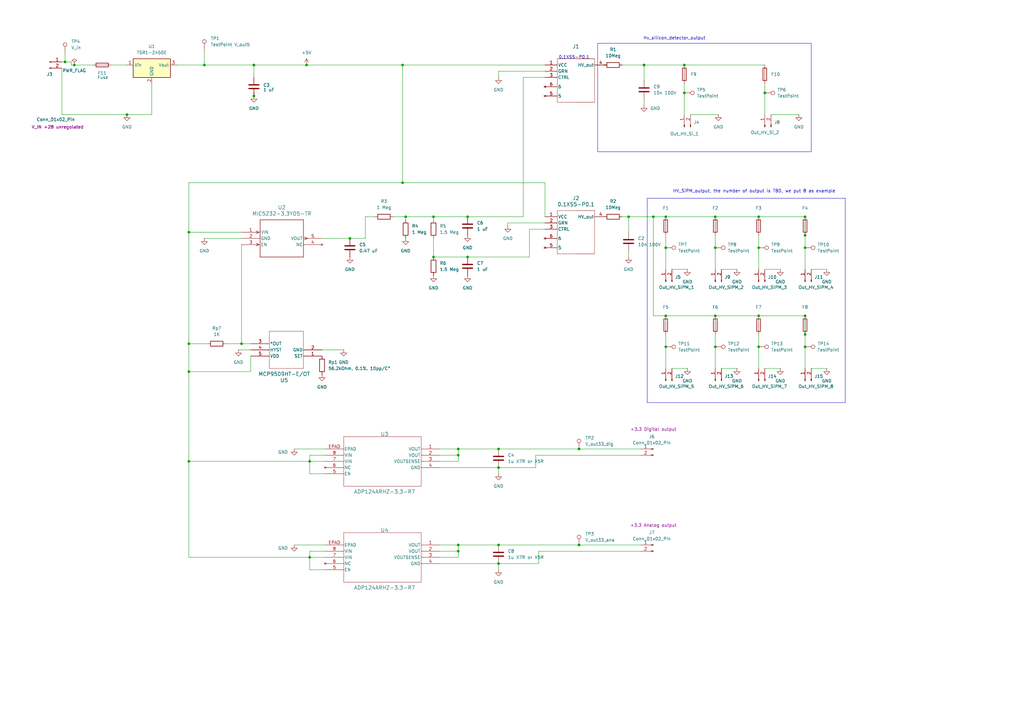
<source format=kicad_sch>
(kicad_sch (version 20231120) (generator "eeschema") (generator_version "8.0")
  (paper "A3")
  (title_block (title "PSS") (rev "0.1") (company "UNITN"))
  (lib_symbols
    (symbol "0.1XS5-P0.1_1" (pin_names (offset 0.254))
      (property "Reference" "J1" (at 12.7 7.62 0))
      (property "Value" "0.1XS5-P0.1" (at 12.7 5.08 0))
      (symbol "0.1XS5-P0.1_1_0_1"
        (polyline (pts (xy 5.08 -15.24) (xy 12.7 -15.24)) (stroke (width 0.127)))
        (polyline (pts (xy 5.08 2.54) (xy 5.08 -15.24)) (stroke (width 0.127)))
        (polyline (pts (xy 12.7 2.54) (xy 5.08 2.54)) (stroke (width 0.127)))
        (polyline (pts (xy 20.32 -15.24) (xy 20.32 2.54)) (stroke (width 0.127)))
      )
      (symbol "0.1XS5-P0.1_1_1_1"
        (polyline (pts (xy 12.7 -15.24) (xy 20.32 -15.24)))
        (polyline (pts (xy 20.32 2.54) (xy 12.7 2.54)))
        (pin power_in line (at 0 0 0) (length 5.08) (name "VCC") (number "1"))
        (pin input line (at 0 -2.54 0) (length 5.08) (name "GRN") (number "2"))
        (pin unspecified line (at 0 -5.08 0) (length 5.08) (name "CTRL") (number "3"))
        (pin power_out line (at 25.4 0 180) (length 5.08) (name "HV_out") (number "4"))
        (pin no_connect line (at 0 -12.7 0) (length 5.08) (name "5") (number "5"))
        (pin no_connect line (at 0 -8.89 0) (length 5.08) (name "6") (number "6"))
      )
    )
    (symbol "ADP124ARHZ_3_3_R7:ADP124ARHZ-3.3-R7" (pin_names (offset 0.254))
      (property "Reference" "U3" (at 22.606 6.096 0))
      (property "Value" "ADP124ARHZ-3.3-R7" (at 22.606 -17.526 0))
      (symbol "ADP124ARHZ-3.3-R7_0_1"
        (polyline (pts (xy 7.62 -15.24) (xy 39.37 -15.24)) (stroke (width 0.127)))
        (polyline (pts (xy 7.62 5.08) (xy 7.62 -15.24)) (stroke (width 0.127)))
        (polyline (pts (xy 39.37 -15.24) (xy 39.37 5.08)) (stroke (width 0.127)))
        (polyline (pts (xy 39.37 5.08) (xy 7.62 5.08)) (stroke (width 0.127)))
        (pin output line (at 0 0 0) (length 7.62) (name "VOUT") (number "1"))
        (pin output line (at 0 -2.54 0) (length 7.62) (name "VOUT") (number "2"))
        (pin output line (at 0 -5.08 0) (length 7.62) (name "VOUTSENSE") (number "3"))
        (pin power_in line (at 0 -7.62 0) (length 7.62) (name "GND") (number "4"))
        (pin input line (at 46.99 -10.16 180) (length 7.62) (name "EN") (number "5"))
        (pin no_connect line (at 46.99 -7.62 180) (length 7.62) (name "NC") (number "6"))
        (pin input line (at 46.99 -5.08 180) (length 7.62) (name "VIN") (number "7"))
        (pin input line (at 46.99 -2.54 180) (length 7.62) (name "VIN") (number "8"))
        (pin unspecified line (at 46.99 0 180) (length 7.62) (name "EPAD") (number "EPAD"))
      )
    )
    (symbol "Connector:Conn_01x02_Pin" (pin_names (offset 1.016) hide)
      (property "Reference" "J" (at 0 2.54 0))
      (property "Value" "Conn_01x02_Pin" (at 0 -5.08 0))
      (symbol "Conn_01x02_Pin_1_1"
        (polyline (pts (xy 1.27 -2.54) (xy 0.8636 -2.54)) (stroke (width 0.1524)))
        (polyline (pts (xy 1.27 0) (xy 0.8636 0)) (stroke (width 0.1524)))
        (rectangle (start 0.8636 -2.413) (end 0 -2.667) (stroke (width 0.1524)) (fill (type outline)))
        (rectangle (start 0.8636 0.127) (end 0 -0.127) (stroke (width 0.1524)) (fill (type outline)))
        (pin passive line (at 5.08 0 180) (length 3.81) (name "Pin_1") (number "1"))
        (pin passive line (at 5.08 -2.54 180) (length 3.81) (name "Pin_2") (number "2"))
      )
    )
    (symbol "Connector:TestPoint" (pin_numbers hide) (pin_names (offset 0.762) hide)
      (property "Reference" "TP" (at 0 6.858 0))
      (property "Value" "TestPoint" (at 0 5.08 0))
      (symbol "TestPoint_0_1"
        (circle (center 0 3.302) (radius 0.762))
      )
      (symbol "TestPoint_1_1"
        (pin passive line (at 0 0 90) (length 2.54) (name "1") (number "1"))
      )
    )
    (symbol "Device:C" (pin_numbers hide) (pin_names (offset 0.254))
      (property "Reference" "C" (at 0.635 2.54 0))
      (property "Value" "C" (at 0.635 -2.54 0))
      (symbol "C_0_1"
        (polyline (pts (xy -2.032 -0.762) (xy 2.032 -0.762)) (stroke (width 0.508)))
        (polyline (pts (xy -2.032 0.762) (xy 2.032 0.762)) (stroke (width 0.508)))
      )
      (symbol "C_1_1"
        (pin passive line (at 0 3.81 270) (length 2.794) (name "~") (number "1"))
        (pin passive line (at 0 -3.81 90) (length 2.794) (name "~") (number "2"))
      )
    )
    (symbol "Device:Fuse" (pin_numbers hide) (pin_names (offset 0))
      (property "Reference" "F1" (at -1.016 8.636 0))
      (symbol "Fuse_0_1"
        (rectangle (start -0.762 -2.54) (end 0.762 2.54) (stroke (width 0.254)))
        (polyline (pts (xy 0 2.54) (xy 0 -2.54)))
      )
      (symbol "Fuse_1_1"
        (pin passive line (at 0 3.81 270) (length 1.27) (name "~") (number "1"))
        (pin passive line (at 0 -3.81 90) (length 1.27) (name "~") (number "2"))
      )
    )
    (symbol "Device:R" (pin_numbers hide) (pin_names (offset 0))
      (property "Reference" "R" (at 2.032 0 90))
      (property "Value" "R" (at 0 0 90))
      (symbol "R_0_1"
        (rectangle (start -1.016 -2.54) (end 1.016 2.54) (stroke (width 0.254)))
      )
      (symbol "R_1_1"
        (pin passive line (at 0 3.81 270) (length 1.27) (name "~") (number "1"))
        (pin passive line (at 0 -3.81 90) (length 1.27) (name "~") (number "2"))
      )
    )
    (symbol "Fuse_1" (pin_numbers hide) (pin_names (offset 0))
      (property "Reference" "F" (at 2.032 0 90))
      (property "Value" "Fuse" (at -1.905 0 90))
      (symbol "Fuse_1_0_1"
        (rectangle (start -0.762 -2.54) (end 0.762 2.54) (stroke (width 0.254)))
        (polyline (pts (xy 0 2.54) (xy 0 -2.54)))
      )
      (symbol "Fuse_1_1_1"
        (pin passive line (at 0 3.81 270) (length 1.27) (name "~") (number "1"))
        (pin passive line (at 0 -3.81 90) (length 1.27) (name "~") (number "2"))
      )
    )
    (symbol "MCP9509HT_E_OT:MCP9509HT-E_OT" (pin_names (offset 0.254))
      (property "Reference" "U5" (at 15.494 9.906 0))
      (property "Value" "MCP9509HT-E/OT" (at 15.494 7.366 0))
      (symbol "MCP9509HT-E_OT_0_1"
        (polyline (pts (xy 7.62 -10.16) (xy 21.59 -10.16)) (stroke (width 0.127)))
        (polyline (pts (xy 7.62 5.08) (xy 7.62 -10.16)) (stroke (width 0.127)))
        (polyline (pts (xy 21.59 -10.16) (xy 21.59 5.08)) (stroke (width 0.127)))
        (polyline (pts (xy 21.59 5.08) (xy 7.62 5.08)) (stroke (width 0.127)))
        (pin input line (at 0 0 0) (length 7.62) (name "SET") (number "1"))
        (pin power_in line (at 0 -2.54 0) (length 7.62) (name "GND") (number "2"))
        (pin output line (at 29.21 -5.08 180) (length 7.62) (name "*OUT") (number "3"))
        (pin input line (at 29.21 -2.54 180) (length 7.62) (name "HYST") (number "4"))
        (pin power_in line (at 29.21 0 180) (length 7.62) (name "VDD") (number "5"))
      )
    )
    (symbol "MIC5232_3_3YD5_TR:MIC5232-3.3YD5-TR" (pin_names (offset 0.254))
      (property "Reference" "U2" (at 16.51 9.906 0))
      (property "Value" "MIC5232-3.3YD5-TR" (at 16.51 7.366 0))
      (symbol "MIC5232-3.3YD5-TR_0_1"
        (polyline (pts (xy 7.0993 -5.08) (xy 6.0579 -5.6007)) (stroke (width 0.2032)))
        (polyline (pts (xy 7.0993 -5.08) (xy 6.0579 -4.5593)) (stroke (width 0.2032)))
        (polyline (pts (xy 7.0993 0) (xy 6.0579 -0.5207)) (stroke (width 0.2032)))
        (polyline (pts (xy 7.0993 0) (xy 6.0579 0.5207)) (stroke (width 0.2032)))
        (polyline (pts (xy 7.62 -10.16) (xy 25.4 -10.16)) (stroke (width 0.2032)))
        (polyline (pts (xy 7.62 5.08) (xy 7.62 -10.16)) (stroke (width 0.2032)))
        (polyline (pts (xy 25.4 -10.16) (xy 25.4 5.08)) (stroke (width 0.2032)))
        (polyline (pts (xy 25.4 5.08) (xy 7.62 5.08)) (stroke (width 0.2032)))
        (polyline (pts (xy 25.9207 -3.0607) (xy 26.9621 -2.54)) (stroke (width 0.2032)))
        (polyline (pts (xy 25.9207 -2.0193) (xy 26.9621 -2.54)) (stroke (width 0.2032)))
        (pin input line (at 0 0 0) (length 7.62) (name "VIN") (number "1"))
        (pin power_in line (at 0 -2.54 0) (length 7.62) (name "GND") (number "2"))
        (pin input line (at 0 -5.08 0) (length 7.62) (name "EN") (number "3"))
        (pin no_connect line (at 33.02 -5.08 180) (length 7.62) (name "NC") (number "4"))
        (pin output line (at 33.02 -2.54 180) (length 7.62) (name "VOUT") (number "5"))
      )
    )
    (symbol "Regulator_Switching:TSR1-2450E"
      (property "Reference" "U" (at -7.62 6.35 0))
      (property "Value" "TSR1-2450E" (at -3.81 6.35 0))
      (symbol "TSR1-2450E_0_1"
        (rectangle (start -7.62 5.08) (end 7.62 -2.54) (stroke (width 0.254)) (fill (type background)))
      )
      (symbol "TSR1-2450E_1_1"
        (pin power_in line (at -10.16 2.54 0) (length 2.54) (name "Vin") (number "1"))
        (pin power_in line (at 0 -5.08 90) (length 2.54) (name "GND") (number "2"))
        (pin power_out line (at 10.16 2.54 180) (length 2.54) (name "Vout") (number "3"))
      )
    )
    (symbol "componenti_ausiliari:0.1XS5-P0.1" (pin_names (offset 0.254))
      (property "Reference" "J2" (at 12.7 7.62 0))
      (property "Value" "0.1XS5-P0.1" (at 12.7 5.08 0))
      (symbol "0.1XS5-P0.1_0_1"
        (polyline (pts (xy 5.08 -15.24) (xy 12.7 -15.24)) (stroke (width 0.127)))
        (polyline (pts (xy 5.08 2.54) (xy 5.08 -15.24)) (stroke (width 0.127)))
        (polyline (pts (xy 12.7 2.54) (xy 5.08 2.54)) (stroke (width 0.127)))
        (polyline (pts (xy 20.32 -15.24) (xy 20.32 2.54)) (stroke (width 0.127)))
      )
      (symbol "0.1XS5-P0.1_1_1"
        (polyline (pts (xy 12.7 -15.24) (xy 20.32 -15.24)))
        (polyline (pts (xy 20.32 2.54) (xy 12.7 2.54)))
        (pin power_in line (at 0 0 0) (length 5.08) (name "VCC") (number "1"))
        (pin input line (at 0 -2.54 0) (length 5.08) (name "GRN") (number "2"))
        (pin unspecified line (at 0 -5.08 0) (length 5.08) (name "CTRL") (number "3"))
        (pin power_out line (at 25.4 0 180) (length 5.08) (name "HV_out") (number "4"))
        (pin no_connect line (at 0 -12.7 0) (length 5.08) (name "5") (number "5"))
        (pin no_connect line (at 0 -8.89 0) (length 5.08) (name "6") (number "6"))
      )
    )
    (symbol "power:+5V" (power) (pin_numbers hide) (pin_names (offset 0) hide)
      (property "Value" "+5V" (at 0 3.556 0))
      (symbol "+5V_0_1"
        (polyline (pts (xy -0.762 1.27) (xy 0 2.54)))
        (polyline (pts (xy 0 0) (xy 0 2.54)))
        (polyline (pts (xy 0 2.54) (xy 0.762 1.27)))
      )
      (symbol "+5V_1_1"
        (pin power_in line (at 0 0 90) (length 0) (name "~") (number "1"))
      )
    )
    (symbol "power:GND" (power) (pin_numbers hide) (pin_names (offset 0) hide)
      (property "Value" "GND" (at 0 -3.81 0))
      (symbol "GND_0_1"
        (polyline (pts (xy 0 0) (xy 0 -1.27) (xy 1.27 -1.27) (xy 0 -2.54) (xy -1.27 -1.27) (xy 0 -1.27)))
      )
      (symbol "GND_1_1"
        (pin power_in line (at 0 0 270) (length 0) (name "~") (number "1"))
      )
    )
    (symbol "power:PWR_FLAG" (power) (pin_numbers hide) (pin_names (offset 0) hide)
      (property "Value" "PWR_FLAG" (at 0 3.81 0))
      (symbol "PWR_FLAG_0_0"
        (pin power_out line (at 0 0 90) (length 0) (name "~") (number "1"))
      )
      (symbol "PWR_FLAG_0_1"
        (polyline (pts (xy 0 0) (xy 0 1.27) (xy -1.016 1.905) (xy 0 2.54) (xy 1.016 1.905) (xy 0 1.27)))
      )
    )
  )
  (junction (at 77.47 152.4))
  (junction (at 83.82 26.67))
  (junction (at 330.2 96.52))
  (junction (at 293.37 101.6))
  (junction (at 204.47 184.15))
  (junction (at 273.05 129.54))
  (junction (at 293.37 88.9))
  (junction (at 293.37 142.24))
  (junction (at 237.49 223.52))
  (junction (at 330.2 129.54))
  (junction (at 264.16 26.67))
  (junction (at 311.15 129.54))
  (junction (at 273.05 88.9))
  (junction (at 30.48 26.67))
  (junction (at 26.67 25.4))
  (junction (at 273.05 142.24))
  (junction (at 77.47 140.97))
  (junction (at 177.8 88.9))
  (junction (at 104.14 39.37))
  (junction (at 125.73 26.67))
  (junction (at 127 189.23))
  (junction (at 330.2 88.9))
  (junction (at 191.77 105.41))
  (junction (at 77.47 95.25))
  (junction (at 293.37 129.54))
  (junction (at 311.15 142.24))
  (junction (at 330.2 101.6))
  (junction (at 313.69 38.1))
  (junction (at 165.1 26.67))
  (junction (at 280.67 26.67))
  (junction (at 177.8 105.41))
  (junction (at 166.37 88.9))
  (junction (at 52.07 46.99))
  (junction (at 165.1 74.93))
  (junction (at 257.81 88.9))
  (junction (at 143.51 97.79))
  (junction (at 204.47 223.52))
  (junction (at 273.05 101.6))
  (junction (at 204.47 231.14))
  (junction (at 330.2 142.24))
  (junction (at 330.2 137.16))
  (junction (at 311.15 101.6))
  (junction (at 311.15 88.9))
  (junction (at 187.96 186.69))
  (junction (at 187.96 184.15))
  (junction (at 204.47 191.77))
  (junction (at 99.06 140.97))
  (junction (at 77.47 189.23))
  (junction (at 280.67 38.1))
  (junction (at 187.96 226.06))
  (junction (at 191.77 88.9))
  (junction (at 104.14 26.67))
  (junction (at 237.49 184.15))
  (junction (at 127 228.6))
  (junction (at 187.96 223.52))
  (junction (at 267.97 88.9))
  (wire (pts (xy 97.79 143.51) (xy 102.87 143.51)))
  (wire (pts (xy 262.89 226.06) (xy 220.98 226.06)))
  (wire (pts (xy 311.15 96.52) (xy 311.15 101.6)))
  (wire (pts (xy 273.05 101.6) (xy 273.05 110.49)))
  (wire (pts (xy 237.49 184.15) (xy 262.89 184.15)))
  (wire (pts (xy 180.34 186.69) (xy 187.96 186.69)))
  (wire (pts (xy 120.65 223.52) (xy 133.35 223.52)))
  (wire (pts (xy 187.96 223.52) (xy 204.47 223.52)))
  (wire (pts (xy 237.49 223.52) (xy 262.89 223.52)))
  (wire (pts (xy 26.67 21.59) (xy 26.67 25.4)))
  (wire (pts (xy 295.91 151.13) (xy 302.26 151.13)))
  (wire (pts (xy 62.23 46.99) (xy 52.07 46.99)))
  (wire (pts (xy 217.17 105.41) (xy 217.17 93.98)))
  (wire (pts (xy 132.08 97.79) (xy 143.51 97.79)))
  (wire (pts (xy 223.52 91.44) (xy 208.28 91.44)))
  (wire (pts (xy 29.21 26.67) (xy 30.48 26.67)))
  (wire (pts (xy 311.15 101.6) (xy 311.15 110.49)))
  (wire (pts (xy 313.69 38.1) (xy 313.69 46.99)))
  (wire (pts (xy 273.05 142.24) (xy 273.05 151.13)))
  (wire (pts (xy 177.8 97.79) (xy 177.8 105.41)))
  (wire (pts (xy 77.47 74.93) (xy 77.47 95.25)))
  (wire (pts (xy 204.47 223.52) (xy 237.49 223.52)))
  (wire (pts (xy 127 233.68) (xy 133.35 233.68)))
  (wire (pts (xy 166.37 88.9) (xy 166.37 90.17)))
  (wire (pts (xy 280.67 34.29) (xy 280.67 38.1)))
  (wire (pts (xy 204.47 231.14) (xy 204.47 233.68)))
  (wire (pts (xy 204.47 29.21) (xy 223.52 29.21)))
  (wire (pts (xy 219.71 191.77) (xy 204.47 191.77)))
  (wire (pts (xy 293.37 101.6) (xy 293.37 110.49)))
  (wire (pts (xy 127 189.23) (xy 127 186.69)))
  (wire (pts (xy 187.96 186.69) (xy 187.96 189.23)))
  (wire (pts (xy 127 189.23) (xy 127 194.31)))
  (wire (pts (xy 187.96 184.15) (xy 187.96 186.69)))
  (wire (pts (xy 330.2 110.49) (xy 330.2 101.6)))
  (wire (pts (xy 180.34 231.14) (xy 204.47 231.14)))
  (wire (pts (xy 180.34 226.06) (xy 187.96 226.06)))
  (wire (pts (xy 204.47 191.77) (xy 204.47 194.31)))
  (wire (pts (xy 25.4 27.94) (xy 25.4 46.99)))
  (wire (pts (xy 165.1 74.93) (xy 77.47 74.93)))
  (wire (pts (xy 313.69 110.49) (xy 320.04 110.49)))
  (wire (pts (xy 214.63 88.9) (xy 214.63 31.75)))
  (wire (pts (xy 187.96 223.52) (xy 187.96 226.06)))
  (wire (pts (xy 208.28 91.44) (xy 208.28 92.71)))
  (wire (pts (xy 77.47 152.4) (xy 77.47 189.23)))
  (wire (pts (xy 275.59 151.13) (xy 281.94 151.13)))
  (wire (pts (xy 127 194.31) (xy 133.35 194.31)))
  (wire (pts (xy 204.47 29.21) (xy 204.47 31.75)))
  (wire (pts (xy 220.98 226.06) (xy 220.98 231.14)))
  (wire (pts (xy 127 228.6) (xy 127 226.06)))
  (wire (pts (xy 191.77 105.41) (xy 217.17 105.41)))
  (wire (pts (xy 262.89 186.69) (xy 219.71 186.69)))
  (wire (pts (xy 30.48 26.67) (xy 38.1 26.67)))
  (wire (pts (xy 330.2 137.16) (xy 330.2 129.54)))
  (wire (pts (xy 161.29 88.9) (xy 166.37 88.9)))
  (wire (pts (xy 26.67 25.4) (xy 29.21 25.4)))
  (wire (pts (xy 223.52 74.93) (xy 223.52 88.9)))
  (wire (pts (xy 187.96 226.06) (xy 187.96 228.6)))
  (wire (pts (xy 127 226.06) (xy 133.35 226.06)))
  (wire (pts (xy 77.47 189.23) (xy 77.47 228.6)))
  (wire (pts (xy 52.07 26.67) (xy 45.72 26.67)))
  (wire (pts (xy 99.06 100.33) (xy 99.06 140.97)))
  (wire (pts (xy 77.47 152.4) (xy 102.87 152.4)))
  (wire (pts (xy 180.34 184.15) (xy 187.96 184.15)))
  (wire (pts (xy 177.8 88.9) (xy 191.77 88.9)))
  (wire (pts (xy 293.37 137.16) (xy 293.37 142.24)))
  (wire (pts (xy 127 228.6) (xy 127 233.68)))
  (wire (pts (xy 204.47 184.15) (xy 237.49 184.15)))
  (wire (pts (xy 127 189.23) (xy 133.35 189.23)))
  (wire (pts (xy 83.82 20.32) (xy 83.82 26.67)))
  (wire (pts (xy 264.16 26.67) (xy 280.67 26.67)))
  (wire (pts (xy 264.16 40.64) (xy 264.16 43.18)))
  (wire (pts (xy 77.47 140.97) (xy 85.09 140.97)))
  (wire (pts (xy 267.97 88.9) (xy 273.05 88.9)))
  (wire (pts (xy 257.81 88.9) (xy 267.97 88.9)))
  (wire (pts (xy 180.34 189.23) (xy 187.96 189.23)))
  (wire (pts (xy 293.37 129.54) (xy 311.15 129.54)))
  (wire (pts (xy 125.73 26.67) (xy 165.1 26.67)))
  (wire (pts (xy 293.37 96.52) (xy 293.37 101.6)))
  (wire (pts (xy 293.37 88.9) (xy 311.15 88.9)))
  (wire (pts (xy 280.67 38.1) (xy 280.67 46.99)))
  (wire (pts (xy 25.4 25.4) (xy 26.67 25.4)))
  (wire (pts (xy 83.82 97.79) (xy 99.06 97.79)))
  (wire (pts (xy 149.86 88.9) (xy 153.67 88.9)))
  (wire (pts (xy 214.63 31.75) (xy 223.52 31.75)))
  (wire (pts (xy 332.74 110.49) (xy 339.09 110.49)))
  (wire (pts (xy 316.23 46.99) (xy 327.66 46.99)))
  (wire (pts (xy 77.47 140.97) (xy 77.47 152.4)))
  (wire (pts (xy 120.65 184.15) (xy 133.35 184.15)))
  (wire (pts (xy 165.1 26.67) (xy 165.1 74.93)))
  (wire (pts (xy 140.97 143.51) (xy 132.08 143.51)))
  (wire (pts (xy 295.91 110.49) (xy 302.26 110.49)))
  (wire (pts (xy 311.15 137.16) (xy 311.15 142.24)))
  (wire (pts (xy 267.97 88.9) (xy 267.97 129.54)))
  (wire (pts (xy 191.77 88.9) (xy 214.63 88.9)))
  (wire (pts (xy 275.59 110.49) (xy 281.94 110.49)))
  (wire (pts (xy 311.15 129.54) (xy 330.2 129.54)))
  (wire (pts (xy 104.14 26.67) (xy 104.14 31.75)))
  (wire (pts (xy 92.71 140.97) (xy 99.06 140.97)))
  (wire (pts (xy 127 186.69) (xy 133.35 186.69)))
  (wire (pts (xy 99.06 140.97) (xy 102.87 140.97)))
  (wire (pts (xy 187.96 184.15) (xy 204.47 184.15)))
  (wire (pts (xy 273.05 137.16) (xy 273.05 142.24)))
  (wire (pts (xy 255.27 26.67) (xy 264.16 26.67)))
  (wire (pts (xy 77.47 95.25) (xy 77.47 140.97)))
  (wire (pts (xy 330.2 151.13) (xy 330.2 142.24)))
  (wire (pts (xy 332.74 151.13) (xy 339.09 151.13)))
  (wire (pts (xy 330.2 101.6) (xy 330.2 96.52)))
  (wire (pts (xy 165.1 26.67) (xy 223.52 26.67)))
  (wire (pts (xy 180.34 223.52) (xy 187.96 223.52)))
  (wire (pts (xy 313.69 34.29) (xy 313.69 38.1)))
  (wire (pts (xy 102.87 146.05) (xy 102.87 152.4)))
  (wire (pts (xy 29.21 25.4) (xy 29.21 26.67)))
  (wire (pts (xy 204.47 231.14) (xy 220.98 231.14)))
  (wire (pts (xy 273.05 88.9) (xy 293.37 88.9)))
  (wire (pts (xy 180.34 191.77) (xy 204.47 191.77)))
  (wire (pts (xy 77.47 228.6) (xy 127 228.6)))
  (wire (pts (xy 330.2 96.52) (xy 330.2 88.9)))
  (wire (pts (xy 273.05 129.54) (xy 293.37 129.54)))
  (wire (pts (xy 257.81 102.87) (xy 257.81 105.41)))
  (wire (pts (xy 149.86 97.79) (xy 143.51 97.79)))
  (wire (pts (xy 330.2 142.24) (xy 330.2 137.16)))
  (wire (pts (xy 62.23 46.99) (xy 62.23 34.29)))
  (wire (pts (xy 104.14 38.1) (xy 104.14 39.37)))
  (wire (pts (xy 77.47 95.25) (xy 99.06 95.25)))
  (wire (pts (xy 248.92 26.67) (xy 247.65 26.67)))
  (wire (pts (xy 257.81 88.9) (xy 257.81 95.25)))
  (wire (pts (xy 283.21 46.99) (xy 294.64 46.99)))
  (wire (pts (xy 165.1 74.93) (xy 223.52 74.93)))
  (wire (pts (xy 177.8 88.9) (xy 177.8 90.17)))
  (wire (pts (xy 25.4 46.99) (xy 52.07 46.99)))
  (wire (pts (xy 280.67 26.67) (xy 313.69 26.67)))
  (wire (pts (xy 72.39 26.67) (xy 83.82 26.67)))
  (wire (pts (xy 104.14 26.67) (xy 125.73 26.67)))
  (wire (pts (xy 180.34 228.6) (xy 187.96 228.6)))
  (wire (pts (xy 267.97 129.54) (xy 273.05 129.54)))
  (wire (pts (xy 149.86 88.9) (xy 149.86 97.79)))
  (wire (pts (xy 311.15 142.24) (xy 311.15 151.13)))
  (wire (pts (xy 217.17 93.98) (xy 223.52 93.98)))
  (wire (pts (xy 313.69 151.13) (xy 320.04 151.13)))
  (wire (pts (xy 83.82 26.67) (xy 104.14 26.67)))
  (wire (pts (xy 166.37 88.9) (xy 177.8 88.9)))
  (wire (pts (xy 264.16 26.67) (xy 264.16 33.02)))
  (wire (pts (xy 177.8 105.41) (xy 191.77 105.41)))
  (wire (pts (xy 77.47 189.23) (xy 127 189.23)))
  (wire (pts (xy 255.27 88.9) (xy 257.81 88.9)))
  (wire (pts (xy 127 228.6) (xy 133.35 228.6)))
  (wire (pts (xy 247.65 88.9) (xy 248.92 88.9)))
  (wire (pts (xy 311.15 88.9) (xy 330.2 88.9)))
  (wire (pts (xy 273.05 96.52) (xy 273.05 101.6)))
  (wire (pts (xy 219.71 186.69) (xy 219.71 191.77)))
  (wire (pts (xy 293.37 142.24) (xy 293.37 151.13)))
  (rectangle (start 245.11 17.78) (end 332.74 62.23))
  (rectangle (start 265.43 81.28) (end 346.71 165.1))
  (text "Hv_silicon_detector_output\n" (at 276.606 15.748 0) (effects (font (size 1.27 1.27))))
  (text "HV_SiPM_output, the number of output is TBD, we put 8 as example" (at 309.372 78.486 0) (effects (font (size 1.27 1.27))))
  (text "0.1XS5-P0.1" (at 235.458 23.622 0) (effects (font (size 1.27 1.27))))
  (symbol (lib_id "Connector:TestPoint") (at 330.2 101.6 270) (unit 1)
    (property "Reference" "TP10" (at 335.28 100.3299 90) (effects (justify left)))
    (property "Value" "TestPoint" (at 335.28 102.8699 90) (effects (justify left)))
    (property "Description" "test point" (effects (hide yes)))
  )
  (symbol (lib_id "Connector:Conn_01x02_Pin") (at 311.15 115.57 90) (unit 1)
    (property "Reference" "J10" (at 314.96 113.6649 90) (effects (justify right)))
    (property "Value" "Out_HV_SiPM_3" (at 308.356 117.856 90) (effects (justify right)))
    (property "Description" "Generic connector, single row, 01x02, script generated" (effects (hide yes)))
  )
  (symbol (lib_id "Connector:TestPoint") (at 311.15 101.6 270) (unit 1)
    (property "Reference" "TP9" (at 316.23 100.3299 90) (effects (justify left)))
    (property "Value" "TestPoint" (at 316.23 102.8699 90) (effects (justify left)))
    (property "Description" "test point" (effects (hide yes)))
  )
  (symbol (lib_id "power:GND") (at 257.81 105.41 0) (unit 1)
    (property "Reference" "#PWR04" (effects (hide yes)))
    (property "Value" "GND" (at 257.81 110.49 0))
    (property "Description" "Power symbol creates a global label with name \"GND\" , ground" (effects (hide yes)))
  )
  (symbol (lib_id "Connector:Conn_01x02_Pin") (at 293.37 115.57 90) (unit 1)
    (property "Reference" "J9" (at 297.18 113.6649 90) (effects (justify right)))
    (property "Value" "Out_HV_SiPM_2" (at 290.576 117.856 90) (effects (justify right)))
    (property "Description" "Generic connector, single row, 01x02, script generated" (effects (hide yes)))
  )
  (symbol (lib_id "Device:Fuse") (at 293.37 92.71 0) (unit 1)
    (property "Reference" "F2" (at 292.1 85.344 0) (effects (justify left)))
    (property "Value" "Fuse" (effects (hide yes)))
    (property "Description" "Fuse" (effects (hide yes)))
  )
  (symbol (lib_id "MCP9509HT_E_OT:MCP9509HT-E_OT") (at 132.08 146.05 180) (unit 1)
    (property "Reference" "U5" (at 116.586 155.956 0) (effects (font (size 1.524 1.524))))
    (property "Value" "MCP9509HT-E/OT" (at 116.586 153.416 0) (effects (font (size 1.524 1.524))))
    (property "Footprint" "SOT-23-5_MC_MCH" (effects (hide yes)))
    (property "Datasheet" "MCP9509HT-E/OT" (effects (hide yes)))
  )
  (symbol (lib_id "power:GND") (at 120.65 223.52 0) (unit 1)
    (property "Reference" "#PWR014" (effects (hide yes)))
    (property "Value" "GND" (at 118.11 224.7899 0) (effects (justify right)))
    (property "Description" "Power symbol creates a global label with name \"GND\" , ground" (effects (hide yes)))
  )
  (symbol (lib_name "0.1XS5-P0.1_1") (lib_id "componenti_ausiliari:0.1XS5-P0.1") (at 223.52 26.67 0) (unit 1)
    (property "Reference" "J1" (at 236.22 19.05 0) (effects (font (size 1.524 1.524))))
    (property "Value" "0.1XS5-P0.1" (effects (hide yes)))
    (property "Footprint" "componenti_aggiuntivi:CONN4_XS5-P0.1_ULT" (effects (hide yes)))
    (property "Datasheet" "0.1XS5-P0.1" (effects (hide yes)))
  )
  (symbol (lib_id "Connector:TestPoint") (at 330.2 142.24 270) (unit 1)
    (property "Reference" "TP14" (at 335.28 140.9699 90) (effects (justify left)))
    (property "Value" "TestPoint" (at 335.28 143.5099 90) (effects (justify left)))
    (property "Description" "test point" (effects (hide yes)))
  )
  (symbol (lib_id "Device:R") (at 251.46 88.9 90) (unit 1)
    (property "Reference" "R2" (at 251.46 82.55 90))
    (property "Value" "10Meg" (at 251.46 85.09 90))
    (property "Footprint" "Resistor_SMD:R_1206_3216Metric" (effects (hide yes)))
    (property "Description" "Resistor" (effects (hide yes)))
  )
  (symbol (lib_id "power:GND") (at 104.14 39.37 0) (unit 1)
    (property "Reference" "#PWR06" (effects (hide yes)))
    (property "Value" "GND" (at 104.14 44.45 0))
    (property "Description" "Power symbol creates a global label with name \"GND\" , ground" (effects (hide yes)))
  )
  (symbol (lib_id "Device:C") (at 191.77 92.71 0) (unit 1)
    (property "Reference" "C6" (at 195.58 91.4399 0) (effects (justify left)))
    (property "Value" "1 uF" (at 195.58 93.9799 0) (effects (justify left)))
    (property "Description" "Unpolarized capacitor" (effects (hide yes)))
  )
  (symbol (lib_id "power:GND") (at 97.79 143.51 0) (unit 1)
    (property "Reference" "#PWR018" (effects (hide yes)))
    (property "Value" "GND" (at 97.79 148.59 0))
    (property "Description" "Power symbol creates a global label with name \"GND\" , ground" (effects (hide yes)))
  )
  (symbol (lib_id "power:GND") (at 281.94 110.49 0) (unit 1)
    (property "Reference" "#PWR023" (effects (hide yes)))
    (property "Value" "GND" (at 281.94 115.57 0))
    (property "Description" "Power symbol creates a global label with name \"GND\" , ground" (effects (hide yes)))
  )
  (symbol (lib_id "power:GND") (at 177.8 113.03 0) (unit 1)
    (property "Reference" "#PWR010" (effects (hide yes)))
    (property "Value" "GND" (at 177.8 118.11 0))
    (property "Description" "Power symbol creates a global label with name \"GND\" , ground" (effects (hide yes)))
  )
  (symbol (lib_id "Connector:TestPoint") (at 237.49 184.15 0) (unit 1)
    (property "Reference" "TP2" (at 240.03 179.5779 0) (effects (justify left)))
    (property "Value" "V_out33_dig" (at 240.03 182.1179 0) (effects (justify left)))
    (property "Description" "test point" (effects (hide yes)))
  )
  (symbol (lib_id "Device:R") (at 251.46 26.67 90) (unit 1)
    (property "Reference" "R1" (at 251.46 20.32 90))
    (property "Value" "10Meg" (at 251.46 22.86 90))
    (property "Footprint" "Resistor_SMD:R_1206_3216Metric" (effects (hide yes)))
    (property "Description" "Resistor" (effects (hide yes)))
  )
  (symbol (lib_id "power:GND") (at 83.82 97.79 0) (unit 1)
    (property "Reference" "#PWR08" (effects (hide yes)))
    (property "Value" "GND" (at 83.82 102.87 0))
    (property "Description" "Power symbol creates a global label with name \"GND\" , ground" (effects (hide yes)))
  )
  (symbol (lib_id "Device:C") (at 204.47 227.33 0) (unit 1)
    (property "Reference" "C8" (at 208.28 226.0599 0) (effects (justify left)))
    (property "Value" "1u X7R or X5R" (at 208.28 228.5999 0) (effects (justify left)))
    (property "Footprint" "Capacitor_SMD:C_0805_2012Metric" (effects (hide yes)))
    (property "Description" "X5R 6.3V " (effects (hide yes)))
  )
  (symbol (lib_id "Device:R") (at 177.8 93.98 0) (unit 1)
    (property "Reference" "R5" (at 180.34 92.7099 0) (effects (justify left)))
    (property "Value" "1.5 Meg" (at 180.34 95.2499 0) (effects (justify left)))
    (property "Description" "Resistor" (effects (hide yes)))
  )
  (symbol (lib_id "power:+5V") (at 125.73 26.67 0) (unit 1)
    (property "Reference" "#PWR015" (effects (hide yes)))
    (property "Value" "+5V" (at 125.73 21.59 0))
    (property "Description" "Power symbol creates a global label with name \"+5V\"" (effects (hide yes)))
  )
  (symbol (lib_id "Connector:Conn_01x02_Pin") (at 311.15 156.21 90) (unit 1)
    (property "Reference" "J14" (at 314.96 154.3049 90) (effects (justify right)))
    (property "Value" "Out_HV_SiPM_7" (at 308.356 158.496 90) (effects (justify right)))
    (property "Description" "Generic connector, single row, 01x02, script generated" (effects (hide yes)))
  )
  (symbol (lib_id "Device:Fuse") (at 313.69 30.48 180) (unit 1)
    (property "Reference" "F10" (at 316.23 30.4799 0) (effects (justify right)))
    (property "Value" "Fuse" (effects (hide yes)))
    (property "Description" "Fuse" (effects (hide yes)))
  )
  (symbol (lib_id "ADP124ARHZ_3_3_R7:ADP124ARHZ-3.3-R7") (at 180.34 223.52 0) (mirror y) (unit 1)
    (property "Reference" "U4" (at 157.734 217.424 0) (effects (font (size 1.524 1.524))))
    (property "Value" "ADP124ARHZ-3.3-R7" (at 157.734 241.046 0) (effects (font (size 1.524 1.524))))
    (property "Datasheet" "ADP124ARHZ-3.3-R7" (effects (hide yes)))
  )
  (symbol (lib_id "Device:R") (at 88.9 140.97 90) (unit 1)
    (property "Reference" "Rp7" (at 88.9 134.62 90))
    (property "Value" "1K" (at 88.9 137.16 90))
    (property "Description" "Resistor" (effects (hide yes)))
  )
  (symbol (lib_id "Connector:TestPoint") (at 26.67 21.59 0) (unit 1)
    (property "Reference" "TP4" (at 29.21 17.0179 0) (effects (justify left)))
    (property "Value" "V_in" (at 29.21 19.5579 0) (effects (justify left)))
    (property "Description" "test point" (effects (hide yes)))
  )
  (symbol (lib_id "power:GND") (at 204.47 233.68 0) (unit 1)
    (property "Reference" "#PWR016" (effects (hide yes)))
    (property "Value" "GND" (at 204.47 238.76 0))
    (property "Description" "Power symbol creates a global label with name \"GND\" , ground" (effects (hide yes)))
  )
  (symbol (lib_id "power:GND") (at 294.64 46.99 0) (unit 1)
    (property "Reference" "#PWR021" (effects (hide yes)))
    (property "Value" "GND" (at 294.64 52.07 0))
    (property "Description" "Power symbol creates a global label with name \"GND\" , ground" (effects (hide yes)))
  )
  (symbol (lib_id "power:GND") (at 264.16 43.18 0) (unit 1)
    (property "Reference" "#PWR020" (effects (hide yes)))
    (property "Value" "GND" (at 266.7 44.4499 0) (effects (justify left)))
    (property "Description" "Power symbol creates a global label with name \"GND\" , ground" (effects (hide yes)))
  )
  (symbol (lib_id "Device:R") (at 166.37 93.98 0) (unit 1)
    (property "Reference" "R4" (at 168.91 92.7099 0) (effects (justify left)))
    (property "Value" "1 Meg" (at 168.91 95.2499 0) (effects (justify left)))
    (property "Description" "Resistor" (effects (hide yes)))
  )
  (symbol (lib_id "power:GND") (at 132.08 153.67 0) (unit 1)
    (property "Reference" "#PWR019" (effects (hide yes)))
    (property "Value" "GND" (at 132.08 158.75 0))
    (property "Description" "Power symbol creates a global label with name \"GND\" , ground" (effects (hide yes)))
  )
  (symbol (lib_id "Device:R") (at 157.48 88.9 90) (unit 1)
    (property "Reference" "R3" (at 157.48 82.55 90))
    (property "Value" "1 Meg" (at 157.48 85.09 90))
    (property "Description" "Resistor" (effects (hide yes)))
  )
  (symbol (lib_id "Connector:TestPoint") (at 313.69 38.1 270) (unit 1)
    (property "Reference" "TP6" (at 318.77 36.8299 90) (effects (justify left)))
    (property "Value" "TestPoint" (at 318.77 39.3699 90) (effects (justify left)))
    (property "Description" "test point" (effects (hide yes)))
  )
  (symbol (lib_name "Fuse_1") (lib_id "Device:Fuse") (at 41.91 26.67 90) (unit 1)
    (property "Reference" "F11" (at 41.91 29.972 90))
    (property "Value" "Fuse" (at 42.164 31.75 90))
    (property "Description" "Fuse" (effects (hide yes)))
  )
  (symbol (lib_id "power:GND") (at 302.26 151.13 0) (unit 1)
    (property "Reference" "#PWR028" (effects (hide yes)))
    (property "Value" "GND" (at 302.26 156.21 0))
    (property "Description" "Power symbol creates a global label with name \"GND\" , ground" (effects (hide yes)))
  )
  (symbol (lib_id "Device:C") (at 204.47 187.96 0) (unit 1)
    (property "Reference" "C4" (at 208.28 186.6899 0) (effects (justify left)))
    (property "Value" "1u X7R or X5R" (at 208.28 189.2299 0) (effects (justify left)))
    (property "Footprint" "Capacitor_SMD:C_0805_2012Metric" (effects (hide yes)))
    (property "Description" "X5R 6.3V " (effects (hide yes)))
  )
  (symbol (lib_id "Device:Fuse") (at 280.67 30.48 180) (unit 1)
    (property "Reference" "F9" (at 283.21 30.4799 0) (effects (justify right)))
    (property "Value" "Fuse" (effects (hide yes)))
    (property "Description" "Fuse" (effects (hide yes)))
  )
  (symbol (lib_id "Connector:TestPoint") (at 293.37 142.24 270) (unit 1)
    (property "Reference" "TP12" (at 298.45 140.9699 90) (effects (justify left)))
    (property "Value" "TestPoint" (at 298.45 143.5099 90) (effects (justify left)))
    (property "Description" "test point" (effects (hide yes)))
  )
  (symbol (lib_id "Device:Fuse") (at 311.15 133.35 0) (unit 1)
    (property "Reference" "F7" (at 309.88 125.984 0) (effects (justify left)))
    (property "Value" "Fuse" (effects (hide yes)))
    (property "Description" "Fuse" (effects (hide yes)))
  )
  (symbol (lib_id "Connector:Conn_01x02_Pin") (at 280.67 52.07 90) (unit 1)
    (property "Reference" "J4" (at 284.48 50.1649 90) (effects (justify right)))
    (property "Value" "Out_HV_Si_1" (at 274.828 54.864 90) (effects (justify right)))
    (property "Description" "Generic connector, single row, 01x02, script generated" (effects (hide yes)))
  )
  (symbol (lib_id "Device:R") (at 177.8 109.22 0) (unit 1)
    (property "Reference" "R6" (at 180.34 107.9499 0) (effects (justify left)))
    (property "Value" "1.5 Meg" (at 180.34 110.4899 0) (effects (justify left)))
    (property "Description" "Resistor" (effects (hide yes)))
  )
  (symbol (lib_id "Connector:Conn_01x02_Pin") (at 330.2 156.21 90) (unit 1)
    (property "Reference" "J15" (at 334.01 154.3049 90) (effects (justify right)))
    (property "Value" "Out_HV_SiPM_8" (at 327.406 158.496 90) (effects (justify right)))
    (property "Description" "Generic connector, single row, 01x02, script generated" (effects (hide yes)))
  )
  (symbol (lib_id "power:GND") (at 339.09 151.13 0) (unit 1)
    (property "Reference" "#PWR030" (effects (hide yes)))
    (property "Value" "GND" (at 339.09 156.21 0))
    (property "Description" "Power symbol creates a global label with name \"GND\" , ground" (effects (hide yes)))
  )
  (symbol (lib_id "power:GND") (at 120.65 184.15 0) (unit 1)
    (property "Reference" "#PWR07" (effects (hide yes)))
    (property "Value" "GND" (at 118.11 185.4199 0) (effects (justify right)))
    (property "Description" "Power symbol creates a global label with name \"GND\" , ground" (effects (hide yes)))
  )
  (symbol (lib_id "Connector:Conn_01x02_Pin") (at 267.97 184.15 0) (mirror y) (unit 1)
    (property "Reference" "J6" (at 267.335 179.07 0))
    (property "Value" "Conn_01x02_Pin" (at 267.335 181.61 0))
    (property "Description" "+3.3 Digital output" (at 267.97 176.022 0))
  )
  (symbol (lib_id "Connector:TestPoint") (at 273.05 101.6 270) (unit 1)
    (property "Reference" "TP7" (at 278.13 100.3299 90) (effects (justify left)))
    (property "Value" "TestPoint" (at 278.13 102.8699 90) (effects (justify left)))
    (property "Description" "test point" (effects (hide yes)))
  )
  (symbol (lib_id "power:GND") (at 281.94 151.13 0) (unit 1)
    (property "Reference" "#PWR027" (effects (hide yes)))
    (property "Value" "GND" (at 281.94 156.21 0))
    (property "Description" "Power symbol creates a global label with name \"GND\" , ground" (effects (hide yes)))
  )
  (symbol (lib_id "power:GND") (at 204.47 194.31 0) (unit 1)
    (property "Reference" "#PWR05" (effects (hide yes)))
    (property "Value" "GND" (at 204.47 199.39 0))
    (property "Description" "Power symbol creates a global label with name \"GND\" , ground" (effects (hide yes)))
  )
  (symbol (lib_id "Device:Fuse") (at 293.37 133.35 0) (unit 1)
    (property "Reference" "F6" (at 292.1 125.984 0) (effects (justify left)))
    (property "Value" "Fuse" (effects (hide yes)))
    (property "Description" "Fuse" (effects (hide yes)))
  )
  (symbol (lib_id "Connector:Conn_01x02_Pin") (at 293.37 156.21 90) (unit 1)
    (property "Reference" "J13" (at 297.18 154.3049 90) (effects (justify right)))
    (property "Value" "Out_HV_SiPM_6" (at 290.576 158.496 90) (effects (justify right)))
    (property "Description" "Generic connector, single row, 01x02, script generated" (effects (hide yes)))
  )
  (symbol (lib_id "Device:R") (at 132.08 149.86 180) (unit 1)
    (property "Reference" "Rp1" (at 134.62 148.5899 0) (effects (justify right)))
    (property "Value" "56.2kOhm, 0.1%, 10pp/C°" (at 134.62 151.1299 0) (effects (justify right)))
    (property "Description" "Resistor" (effects (hide yes)))
  )
  (symbol (lib_id "Device:Fuse") (at 330.2 92.71 0) (unit 1)
    (property "Reference" "F4" (at 328.93 85.344 0) (effects (justify left)))
    (property "Value" "Fuse" (effects (hide yes)))
    (property "Description" "Fuse" (effects (hide yes)))
  )
  (symbol (lib_id "Connector:Conn_01x02_Pin") (at 313.69 52.07 90) (unit 1)
    (property "Reference" "J8" (at 317.5 50.1649 90) (effects (justify right)))
    (property "Value" "Out_HV_Si_2" (at 307.848 54.356 90) (effects (justify right)))
    (property "Description" "Generic connector, single row, 01x02, script generated" (effects (hide yes)))
  )
  (symbol (lib_id "Connector:TestPoint") (at 237.49 223.52 0) (unit 1)
    (property "Reference" "TP3" (at 240.03 218.9479 0) (effects (justify left)))
    (property "Value" "V_out33_ana" (at 240.03 221.4879 0) (effects (justify left)))
    (property "Description" "test point" (effects (hide yes)))
  )
  (symbol (lib_id "power:PWR_FLAG") (at 30.48 26.67 0) (unit 1)
    (property "Reference" "#FLG01" (effects (hide yes)))
    (property "Value" "PWR_FLAG" (at 30.48 28.956 0))
    (property "Description" "Special symbol for telling ERC where power comes from" (effects (hide yes)))
  )
  (symbol (lib_id "power:GND") (at 320.04 151.13 0) (unit 1)
    (property "Reference" "#PWR029" (effects (hide yes)))
    (property "Value" "GND" (at 320.04 156.21 0))
    (property "Description" "Power symbol creates a global label with name \"GND\" , ground" (effects (hide yes)))
  )
  (symbol (lib_id "Device:Fuse") (at 273.05 133.35 0) (unit 1)
    (property "Reference" "F5" (at 271.78 125.984 0) (effects (justify left)))
    (property "Value" "Fuse" (effects (hide yes)))
    (property "Description" "Fuse" (effects (hide yes)))
  )
  (symbol (lib_id "Device:Fuse") (at 330.2 133.35 0) (unit 1)
    (property "Reference" "F8" (at 328.93 125.984 0) (effects (justify left)))
    (property "Value" "Fuse" (effects (hide yes)))
    (property "Description" "Fuse" (effects (hide yes)))
  )
  (symbol (lib_id "power:GND") (at 339.09 110.49 0) (unit 1)
    (property "Reference" "#PWR026" (effects (hide yes)))
    (property "Value" "GND" (at 339.09 115.57 0))
    (property "Description" "Power symbol creates a global label with name \"GND\" , ground" (effects (hide yes)))
  )
  (symbol (lib_id "power:GND") (at 302.26 110.49 0) (unit 1)
    (property "Reference" "#PWR024" (effects (hide yes)))
    (property "Value" "GND" (at 302.26 115.57 0))
    (property "Description" "Power symbol creates a global label with name \"GND\" , ground" (effects (hide yes)))
  )
  (symbol (lib_id "Connector:Conn_01x02_Pin") (at 330.2 115.57 90) (unit 1)
    (property "Reference" "J11" (at 334.01 113.6649 90) (effects (justify right)))
    (property "Value" "Out_HV_SiPM_4" (at 327.406 117.856 90) (effects (justify right)))
    (property "Description" "Generic connector, single row, 01x02, script generated" (effects (hide yes)))
  )
  (symbol (lib_id "power:GND") (at 52.07 46.99 0) (unit 1)
    (property "Reference" "#PWR01" (effects (hide yes)))
    (property "Value" "GND" (at 52.07 52.07 0))
    (property "Description" "Power symbol creates a global label with name \"GND\" , ground" (effects (hide yes)))
  )
  (symbol (lib_id "Connector:TestPoint") (at 311.15 142.24 270) (unit 1)
    (property "Reference" "TP13" (at 316.23 140.9699 90) (effects (justify left)))
    (property "Value" "TestPoint" (at 316.23 143.5099 90) (effects (justify left)))
    (property "Description" "test point" (effects (hide yes)))
  )
  (symbol (lib_id "Connector:TestPoint") (at 280.67 38.1 270) (unit 1)
    (property "Reference" "TP5" (at 285.75 36.8299 90) (effects (justify left)))
    (property "Value" "TestPoint" (at 285.75 39.3699 90) (effects (justify left)))
    (property "Description" "test point" (effects (hide yes)))
  )
  (symbol (lib_id "power:GND") (at 320.04 110.49 0) (unit 1)
    (property "Reference" "#PWR025" (effects (hide yes)))
    (property "Value" "GND" (at 320.04 115.57 0))
    (property "Description" "Power symbol creates a global label with name \"GND\" , ground" (effects (hide yes)))
  )
  (symbol (lib_id "Device:C") (at 257.81 99.06 0) (unit 1)
    (property "Reference" "C2" (at 261.62 97.7899 0) (effects (justify left)))
    (property "Value" "10n 100V" (at 261.62 100.3299 0) (effects (justify left)))
    (property "Footprint" "Capacitor_SMD:C_1206_3216Metric" (effects (hide yes)))
    (property "Description" "Unpolarized capacitor" (effects (hide yes)))
  )
  (symbol (lib_id "ADP124ARHZ_3_3_R7:ADP124ARHZ-3.3-R7") (at 180.34 184.15 0) (mirror y) (unit 1)
    (property "Reference" "U3" (at 157.734 178.054 0) (effects (font (size 1.524 1.524))))
    (property "Value" "ADP124ARHZ-3.3-R7" (at 157.734 201.676 0) (effects (font (size 1.524 1.524))))
    (property "Datasheet" "ADP124ARHZ-3.3-R7" (effects (hide yes)))
  )
  (symbol (lib_id "componenti_ausiliari:0.1XS5-P0.1") (at 223.52 88.9 0) (unit 1)
    (property "Reference" "J2" (at 236.22 81.28 0) (effects (font (size 1.524 1.524))))
    (property "Value" "0.1XS5-P0.1" (at 236.22 83.82 0) (effects (font (size 1.524 1.524))))
    (property "Footprint" "componenti_aggiuntivi:CONN4_XS5-P0.1_ULT" (effects (hide yes)))
    (property "Datasheet" "0.1XS5-P0.1" (effects (hide yes)))
  )
  (symbol (lib_id "Device:Fuse") (at 273.05 92.71 0) (unit 1)
    (property "Reference" "F1" (at 271.78 85.344 0) (effects (justify left)))
    (property "Value" "Fuse" (effects (hide yes)))
    (property "Description" "Fuse" (effects (hide yes)))
  )
  (symbol (lib_id "Device:C") (at 143.51 101.6 0) (unit 1)
    (property "Reference" "C5" (at 147.32 100.3299 0) (effects (justify left)))
    (property "Value" "0.47 uF" (at 147.32 102.8699 0) (effects (justify left)))
    (property "Description" "Unpolarized capacitor" (effects (hide yes)))
  )
  (symbol (lib_id "Device:Fuse") (at 311.15 92.71 0) (unit 1)
    (property "Reference" "F3" (at 309.88 85.344 0) (effects (justify left)))
    (property "Value" "Fuse" (effects (hide yes)))
    (property "Description" "Fuse" (effects (hide yes)))
  )
  (symbol (lib_id "Connector:TestPoint") (at 273.05 142.24 270) (unit 1)
    (property "Reference" "TP11" (at 278.13 140.9699 90) (effects (justify left)))
    (property "Value" "TestPoint" (at 278.13 143.5099 90) (effects (justify left)))
    (property "Description" "test point" (effects (hide yes)))
  )
  (symbol (lib_id "Connector:Conn_01x02_Pin") (at 20.32 25.4 0) (unit 1)
    (property "Reference" "J3" (at 20.32 30.48 0))
    (property "Value" "Conn_01x02_Pin" (at 22.86 49.022 0))
    (property "Description" "V_IN +28 unregolated " (at 24.13 52.07 0))
  )
  (symbol (lib_id "Device:C") (at 191.77 109.22 0) (unit 1)
    (property "Reference" "C7" (at 195.58 107.9499 0) (effects (justify left)))
    (property "Value" "1 uF" (at 195.58 110.4899 0) (effects (justify left)))
    (property "Description" "Unpolarized capacitor" (effects (hide yes)))
  )
  (symbol (lib_id "Device:C") (at 264.16 36.83 0) (unit 1)
    (property "Reference" "C9" (at 267.97 35.5599 0) (effects (justify left)))
    (property "Value" "10n 100V" (at 267.97 38.0999 0) (effects (justify left)))
    (property "Footprint" "Capacitor_SMD:C_1206_3216Metric" (effects (hide yes)))
    (property "Description" "Unpolarized capacitor" (effects (hide yes)))
  )
  (symbol (lib_id "Connector:Conn_01x02_Pin") (at 273.05 115.57 90) (unit 1)
    (property "Reference" "J5" (at 276.86 113.6649 90) (effects (justify right)))
    (property "Value" "Out_HV_SiPM_1" (at 270.256 117.856 90) (effects (justify right)))
    (property "Description" "Generic connector, single row, 01x02, script generated" (effects (hide yes)))
  )
  (symbol (lib_id "power:GND") (at 140.97 143.51 0) (unit 1)
    (property "Reference" "#PWR017" (effects (hide yes)))
    (property "Value" "GND" (at 140.97 148.59 0))
    (property "Description" "Power symbol creates a global label with name \"GND\" , ground" (effects (hide yes)))
  )
  (symbol (lib_id "Device:C") (at 104.14 35.56 0) (unit 1)
    (property "Reference" "C3" (at 107.95 34.9249 0) (effects (justify left)))
    (property "Value" "1 uF" (at 107.95 36.83 0) (effects (justify left)))
    (property "Footprint" "Capacitor_SMD:C_0805_2012Metric" (effects (hide yes)))
    (property "Description" "X5R 6.3V " (effects (hide yes)))
  )
  (symbol (lib_id "power:GND") (at 327.66 46.99 0) (unit 1)
    (property "Reference" "#PWR022" (effects (hide yes)))
    (property "Value" "GND" (at 327.66 52.07 0))
    (property "Description" "Power symbol creates a global label with name \"GND\" , ground" (effects (hide yes)))
  )
  (symbol (lib_id "power:GND") (at 166.37 97.79 0) (unit 1)
    (property "Reference" "#PWR013" (effects (hide yes)))
    (property "Value" "GND" (at 166.37 102.87 0))
    (property "Description" "Power symbol creates a global label with name \"GND\" , ground" (effects (hide yes)))
  )
  (symbol (lib_id "power:GND") (at 143.51 105.41 0) (unit 1)
    (property "Reference" "#PWR012" (effects (hide yes)))
    (property "Value" "GND" (at 143.51 110.49 0))
    (property "Description" "Power symbol creates a global label with name \"GND\" , ground" (effects (hide yes)))
  )
  (symbol (lib_id "power:GND") (at 191.77 96.52 0) (unit 1)
    (property "Reference" "#PWR09" (effects (hide yes)))
    (property "Value" "GND" (at 191.77 101.6 0))
    (property "Description" "Power symbol creates a global label with name \"GND\" , ground" (effects (hide yes)))
  )
  (symbol (lib_id "Connector:TestPoint") (at 293.37 101.6 270) (unit 1)
    (property "Reference" "TP8" (at 298.45 100.3299 90) (effects (justify left)))
    (property "Value" "TestPoint" (at 298.45 102.8699 90) (effects (justify left)))
    (property "Description" "test point" (effects (hide yes)))
  )
  (symbol (lib_id "Connector:Conn_01x02_Pin") (at 267.97 223.52 0) (mirror y) (unit 1)
    (property "Reference" "J7" (at 267.335 218.44 0))
    (property "Value" "Conn_01x02_Pin" (at 267.335 220.98 0))
    (property "Description" "+3.3 Analog output" (at 267.97 215.392 0))
  )
  (symbol (lib_id "power:GND") (at 191.77 113.03 0) (unit 1)
    (property "Reference" "#PWR011" (effects (hide yes)))
    (property "Value" "GND" (at 191.77 118.11 0))
    (property "Description" "Power symbol creates a global label with name \"GND\" , ground" (effects (hide yes)))
  )
  (symbol (lib_id "MIC5232_3_3YD5_TR:MIC5232-3.3YD5-TR") (at 99.06 95.25 0) (unit 1)
    (property "Reference" "U2" (at 115.57 85.09 0) (effects (font (size 1.524 1.524))))
    (property "Value" "MIC5232-3.3YD5-TR" (at 115.57 87.63 0) (effects (font (size 1.524 1.524))))
    (property "Datasheet" "MIC5232-3.3YD5-TR" (effects (hide yes)))
  )
  (symbol (lib_id "power:GND") (at 204.47 31.75 0) (unit 1)
    (property "Reference" "#PWR02" (effects (hide yes)))
    (property "Value" "GND" (at 204.47 36.83 0))
    (property "Description" "Power symbol creates a global label with name \"GND\" , ground" (effects (hide yes)))
  )
  (symbol (lib_id "power:GND") (at 208.28 92.71 0) (unit 1)
    (property "Reference" "#PWR03" (effects (hide yes)))
    (property "Value" "GND" (at 208.28 97.79 0))
    (property "Description" "Power symbol creates a global label with name \"GND\" , ground" (effects (hide yes)))
  )
  (symbol (lib_id "Connector:Conn_01x02_Pin") (at 273.05 156.21 90) (unit 1)
    (property "Reference" "J12" (at 276.86 154.3049 90) (effects (justify right)))
    (property "Value" "Out_HV_SiPM_5" (at 270.256 158.496 90) (effects (justify right)))
    (property "Description" "Generic connector, single row, 01x02, script generated" (effects (hide yes)))
  )
  (symbol (lib_id "Connector:TestPoint") (at 83.82 20.32 0) (unit 1)
    (property "Reference" "TP1" (at 86.36 15.7479 0) (effects (justify left)))
    (property "Value" "TestPoint V_out5" (at 86.36 18.2879 0) (effects (justify left)))
    (property "Description" "test point" (effects (hide yes)))
  )
  (symbol (lib_id "Regulator_Switching:TSR1-2450E") (at 62.23 29.21 0) (unit 1)
    (property "Reference" "U1" (at 62.23 19.05 0))
    (property "Value" "TSR1-2450E" (at 62.23 21.59 0))
    (property "Footprint" "Converter_DCDC:Converter_DCDC_TRACO_TSR1-xxxxE_THT" (effects (hide yes)))
    (property "Datasheet" "https://www.tracopower.com/products/tsr1e.pdf" (effects (hide yes)))
    (property "Description" "1A step-down regulator, fixed 5V output voltage, 7-36V input voltage, TO-220 compatible LM78xx replacement" (effects (hide yes)))
  )
)
</source>
